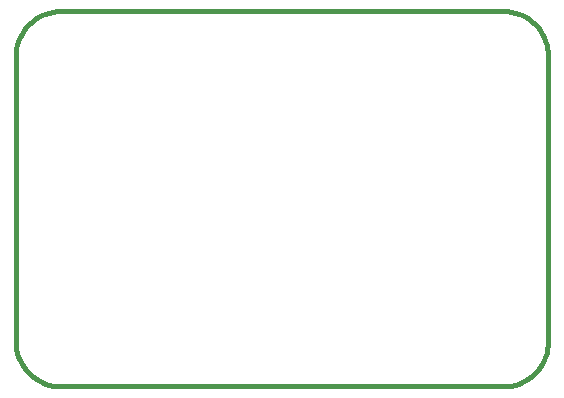
<source format=gbr>
G04 (created by PCBNEW-RS274X (2012-01-19 BZR 3256)-stable) date 12/6/2012 2:32:02 PM*
G01*
G70*
G90*
%MOIN*%
G04 Gerber Fmt 3.4, Leading zero omitted, Abs format*
%FSLAX34Y34*%
G04 APERTURE LIST*
%ADD10C,0.006000*%
%ADD11C,0.015000*%
G04 APERTURE END LIST*
G54D10*
G54D11*
X57000Y-43500D02*
X57006Y-43630D01*
X57023Y-43760D01*
X57052Y-43888D01*
X57091Y-44013D01*
X57141Y-44133D01*
X57201Y-44249D01*
X57272Y-44360D01*
X57351Y-44464D01*
X57440Y-44560D01*
X57536Y-44649D01*
X57640Y-44728D01*
X57751Y-44799D01*
X57867Y-44859D01*
X57987Y-44909D01*
X58112Y-44948D01*
X58240Y-44977D01*
X58370Y-44994D01*
X58500Y-45000D01*
X57000Y-43500D02*
X57000Y-34000D01*
X73250Y-45000D02*
X58500Y-45000D01*
X74750Y-34000D02*
X74750Y-43500D01*
X58500Y-32500D02*
X73250Y-32500D01*
X73250Y-45000D02*
X73380Y-44994D01*
X73510Y-44977D01*
X73638Y-44948D01*
X73763Y-44909D01*
X73883Y-44859D01*
X74000Y-44799D01*
X74110Y-44728D01*
X74214Y-44649D01*
X74310Y-44560D01*
X74399Y-44464D01*
X74478Y-44360D01*
X74549Y-44249D01*
X74609Y-44133D01*
X74659Y-44013D01*
X74698Y-43888D01*
X74727Y-43760D01*
X74744Y-43630D01*
X74750Y-43500D01*
X58500Y-32500D02*
X58370Y-32506D01*
X58240Y-32523D01*
X58112Y-32552D01*
X57987Y-32591D01*
X57867Y-32641D01*
X57751Y-32701D01*
X57640Y-32772D01*
X57536Y-32851D01*
X57440Y-32940D01*
X57351Y-33036D01*
X57272Y-33140D01*
X57201Y-33251D01*
X57141Y-33367D01*
X57091Y-33487D01*
X57052Y-33612D01*
X57023Y-33740D01*
X57006Y-33870D01*
X57000Y-34000D01*
X74750Y-34000D02*
X74744Y-33870D01*
X74727Y-33740D01*
X74698Y-33612D01*
X74659Y-33487D01*
X74609Y-33367D01*
X74549Y-33251D01*
X74478Y-33140D01*
X74399Y-33036D01*
X74310Y-32940D01*
X74214Y-32851D01*
X74110Y-32772D01*
X74000Y-32701D01*
X73883Y-32641D01*
X73763Y-32591D01*
X73638Y-32552D01*
X73510Y-32523D01*
X73380Y-32506D01*
X73250Y-32500D01*
M02*

</source>
